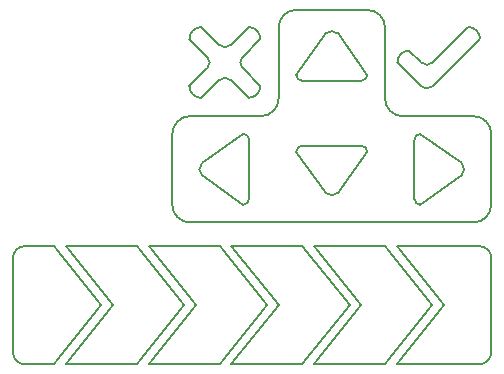
<source format=gbr>
G04 #@! TF.GenerationSoftware,KiCad,Pcbnew,5.0.0*
G04 #@! TF.CreationDate,2019-07-11T02:24:03-06:00*
G04 #@! TF.ProjectId,woose-tracker,776F6F73652D747261636B65722E6B69,1*
G04 #@! TF.SameCoordinates,Original*
G04 #@! TF.FileFunction,Legend,Top*
G04 #@! TF.FilePolarity,Positive*
%FSLAX46Y46*%
G04 Gerber Fmt 4.6, Leading zero omitted, Abs format (unit mm)*
G04 Created by KiCad (PCBNEW 5.0.0) date Thu Jul 11 02:24:03 2019*
%MOMM*%
%LPD*%
G01*
G04 APERTURE LIST*
%ADD10C,0.150000*%
G04 APERTURE END LIST*
D10*
G04 #@! TO.C,J1*
X88363080Y-52407960D02*
X64363080Y-52407960D01*
X75863080Y-36407960D02*
G75*
G02X76863080Y-36407960I500000J-500000D01*
G01*
X79363080Y-39907960D02*
G75*
G02X78863080Y-40407960I-500000J0D01*
G01*
X73863080Y-40407960D02*
G75*
G02X73363080Y-39907960I0J500000D01*
G01*
X73363080Y-39907960D02*
X75863080Y-36407960D01*
X76863080Y-36407960D02*
X79363080Y-39907960D01*
X78863080Y-40407960D02*
X73863080Y-40407960D01*
X69363080Y-45407960D02*
X69363080Y-50407960D01*
X65363080Y-47407960D02*
X68863080Y-44907960D01*
X68863080Y-50907960D02*
X65363080Y-48407960D01*
X69363080Y-50407960D02*
G75*
G02X68863080Y-50907960I-500000J0D01*
G01*
X68863080Y-44907960D02*
G75*
G02X69363080Y-45407960I0J-500000D01*
G01*
X65363080Y-48407960D02*
G75*
G02X65363080Y-47407960I500000J500000D01*
G01*
X87363080Y-47407960D02*
G75*
G02X87363080Y-48407960I-500000J-500000D01*
G01*
X83863080Y-50907960D02*
G75*
G02X83363080Y-50407960I0J500000D01*
G01*
X83363080Y-45407960D02*
G75*
G02X83863080Y-44907960I500000J0D01*
G01*
X83863080Y-44907960D02*
X87363080Y-47407960D01*
X87363080Y-48407960D02*
X83863080Y-50907960D01*
X83363080Y-50407960D02*
X83363080Y-45407960D01*
X73863080Y-45907960D02*
X78863080Y-45907960D01*
X75863080Y-49907960D02*
X73363080Y-46407960D01*
X79363080Y-46407960D02*
X76863080Y-49907960D01*
X78863080Y-45907960D02*
G75*
G02X79363080Y-46407960I0J-500000D01*
G01*
X73363080Y-46407960D02*
G75*
G02X73863080Y-45907960I500000J0D01*
G01*
X76863080Y-49907960D02*
G75*
G02X75863080Y-49907960I-500000J500000D01*
G01*
X83913080Y-38857960D02*
X82913080Y-37857960D01*
X81913080Y-38857960D02*
X83913080Y-40857960D01*
X84913080Y-40857960D02*
X88913080Y-36857960D01*
X87913080Y-35857960D02*
X84913080Y-38857960D01*
X83913080Y-40857960D02*
G75*
G03X84913080Y-40857960I500000J500000D01*
G01*
X82913080Y-37857960D02*
G75*
G03X81913080Y-38857960I0J-1000000D01*
G01*
X88913080Y-36857960D02*
G75*
G03X87913080Y-35857960I-1000000J0D01*
G01*
X83913080Y-38857960D02*
G75*
G03X84913080Y-38857960I500000J500000D01*
G01*
X67813080Y-37357960D02*
X69313080Y-35857960D01*
X65313080Y-35857960D02*
X66813080Y-37357960D01*
X65813080Y-38357960D02*
X64313080Y-36857960D01*
X65313080Y-41857960D02*
X66813080Y-40357960D01*
X65813080Y-39357960D02*
X64313080Y-40857960D01*
X69313080Y-41857960D02*
X67813080Y-40357960D01*
X68813080Y-39357960D02*
X70313080Y-40857960D01*
X70313080Y-36857960D02*
X68813080Y-38357960D01*
X65313080Y-35857960D02*
G75*
G03X64313080Y-36857960I0J-1000000D01*
G01*
X69313080Y-41857960D02*
G75*
G03X70313080Y-40857960I0J1000000D01*
G01*
X65813080Y-39357960D02*
G75*
G03X65813080Y-38357960I-500000J500000D01*
G01*
X68813080Y-38357960D02*
G75*
G03X68813080Y-39357960I500000J-500000D01*
G01*
X67813080Y-40357960D02*
G75*
G03X66813080Y-40357960I-500000J-500000D01*
G01*
X66813080Y-37357960D02*
G75*
G03X67813080Y-37357960I500000J500000D01*
G01*
X70313080Y-36857960D02*
G75*
G03X69313080Y-35857960I-1000000J0D01*
G01*
X64313080Y-40857960D02*
G75*
G03X65313080Y-41857960I1000000J0D01*
G01*
X79363080Y-34407960D02*
X73363080Y-34407960D01*
X80863080Y-41907960D02*
X80863080Y-35907960D01*
X88363080Y-43407960D02*
X82363080Y-43407960D01*
X89863080Y-50907960D02*
X89863080Y-44907960D01*
X62863080Y-44907960D02*
X62863080Y-50907960D01*
X70363080Y-43407960D02*
X64363080Y-43407960D01*
X71863080Y-35907960D02*
X71863080Y-41907960D01*
X88363080Y-52407960D02*
G75*
G03X89863080Y-50907960I0J1500000D01*
G01*
X62863080Y-50907960D02*
G75*
G03X64363080Y-52407960I1500000J0D01*
G01*
X89863080Y-44907960D02*
G75*
G03X88363080Y-43407960I-1500000J0D01*
G01*
X64363080Y-43407960D02*
G75*
G03X62863080Y-44907960I0J-1500000D01*
G01*
X80863080Y-41907960D02*
G75*
G03X82363080Y-43407960I1500000J0D01*
G01*
X70363080Y-43407960D02*
G75*
G03X71863080Y-41907960I0J1500000D01*
G01*
X80863080Y-35907960D02*
G75*
G03X79363080Y-34407960I-1500000J0D01*
G01*
X73363080Y-34407960D02*
G75*
G03X71863080Y-35907960I0J-1500000D01*
G01*
X53863080Y-54407960D02*
X59863080Y-54407960D01*
X59863080Y-64407960D02*
X53863080Y-64407960D01*
X73863080Y-64407960D02*
X67863080Y-64407960D01*
X67863080Y-54407960D02*
X73863080Y-54407960D01*
X60863080Y-54407960D02*
X66863080Y-54407960D01*
X66863080Y-64407960D02*
X60863080Y-64407960D01*
X80863080Y-64407960D02*
X74863080Y-64407960D01*
X74863080Y-54407960D02*
X80863080Y-54407960D01*
X81863080Y-54407960D02*
X87863080Y-54407960D01*
X87863080Y-64407960D02*
X81863080Y-64407960D01*
X56863080Y-59407960D02*
X52863080Y-64407960D01*
X52863080Y-54407960D02*
X56863080Y-59407960D01*
X57863080Y-59407960D02*
X53863080Y-54407960D01*
X53863080Y-64407960D02*
X57863080Y-59407960D01*
X63863080Y-59407960D02*
X59863080Y-64407960D01*
X59863080Y-54407960D02*
X63863080Y-59407960D01*
X64863080Y-59407960D02*
X60863080Y-54407960D01*
X60863080Y-64407960D02*
X64863080Y-59407960D01*
X70863080Y-59407960D02*
X66863080Y-54407960D01*
X66863080Y-64407960D02*
X70863080Y-59407960D01*
X71863080Y-59407960D02*
X67863080Y-64407960D01*
X67863080Y-54407960D02*
X71863080Y-59407960D01*
X77863080Y-59407960D02*
X73863080Y-54407960D01*
X73863080Y-64407960D02*
X77863080Y-59407960D01*
X78863080Y-59407960D02*
X74863080Y-64407960D01*
X74863080Y-54407960D02*
X78863080Y-59407960D01*
X84863080Y-59407960D02*
X80863080Y-54407960D01*
X80863080Y-64407960D02*
X84863080Y-59407960D01*
X85863080Y-59407960D02*
X81863080Y-64407960D01*
X81863080Y-54407960D02*
X85863080Y-59407960D01*
X89863080Y-55407960D02*
G75*
G03X88863080Y-54407960I-1000000J0D01*
G01*
X88863080Y-64407960D02*
G75*
G03X89863080Y-63407960I0J1000000D01*
G01*
X50363080Y-54407960D02*
G75*
G03X49363080Y-55407960I0J-1000000D01*
G01*
X49363080Y-63407960D02*
G75*
G03X50363080Y-64407960I1000000J0D01*
G01*
X50363080Y-64407960D02*
X52863080Y-64407960D01*
X49363080Y-63407960D02*
X49363080Y-55407960D01*
X50363080Y-54407960D02*
X52863080Y-54407960D01*
X87863080Y-54407960D02*
X88863080Y-54407960D01*
X89863080Y-55407960D02*
X89863080Y-63407960D01*
X88863080Y-64407960D02*
X87863080Y-64407960D01*
G04 #@! TD*
M02*

</source>
